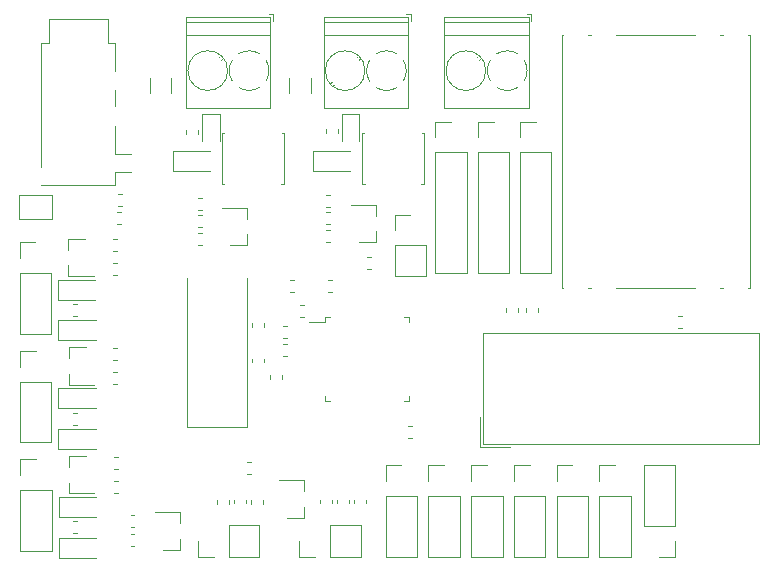
<source format=gto>
G04 #@! TF.GenerationSoftware,KiCad,Pcbnew,6.0.0-rc1-unknown-6a5744a~66~ubuntu18.04.1*
G04 #@! TF.CreationDate,2018-10-14T14:19:45-07:00*
G04 #@! TF.ProjectId,EExtruder,4545787472756465722E6B696361645F,rev?*
G04 #@! TF.SameCoordinates,Original*
G04 #@! TF.FileFunction,Legend,Top*
G04 #@! TF.FilePolarity,Positive*
%FSLAX46Y46*%
G04 Gerber Fmt 4.6, Leading zero omitted, Abs format (unit mm)*
G04 Created by KiCad (PCBNEW 6.0.0-rc1-unknown-6a5744a~66~ubuntu18.04.1) date Sun 14 Oct 2018 02:19:45 PM PDT*
%MOMM*%
%LPD*%
G01*
G04 APERTURE LIST*
%ADD10C,0.120000*%
%ADD11C,0.100000*%
%ADD12C,0.300000*%
%ADD13R,2.502000X2.502000*%
%ADD14C,2.502000*%
%ADD15O,1.802000X1.802000*%
%ADD16R,1.802000X1.802000*%
%ADD17R,0.977000X1.052000*%
%ADD18R,1.052000X0.977000*%
%ADD19R,1.852000X1.352000*%
%ADD20R,2.102000X4.102000*%
%ADD21C,3.302000*%
%ADD22O,1.829200X1.829200*%
%ADD23R,1.829200X1.829200*%
%ADD24R,2.102000X4.602000*%
%ADD25C,1.602000*%
%ADD26R,2.602000X1.302000*%
%ADD27R,0.352000X1.402000*%
%ADD28R,1.402000X0.352000*%
%ADD29R,1.002000X0.902000*%
%ADD30R,0.840000X1.290000*%
%ADD31R,4.340000X3.440000*%
%ADD32R,4.840000X1.690000*%
%ADD33R,1.102000X1.102000*%
%ADD34C,0.977000*%
G04 APERTURE END LIST*
D10*
G04 #@! TO.C,JP2*
X129193000Y-98885500D02*
X131993000Y-98885500D01*
X131993000Y-98885500D02*
X131993000Y-100885500D01*
X131993000Y-100885500D02*
X129193000Y-100885500D01*
X129193000Y-100885500D02*
X129193000Y-98885500D01*
G04 #@! TO.C,J4*
X147763236Y-86903779D02*
G75*
G02X148653500Y-86648500I890264J-1424721D01*
G01*
X147227995Y-89218693D02*
G75*
G02X147228500Y-87437500I1425505J890193D01*
G01*
X149543394Y-89753858D02*
G75*
G02X147787500Y-89768500I-889894J1425358D01*
G01*
X150078858Y-87438606D02*
G75*
G02X150093500Y-89194500I-1425358J-889894D01*
G01*
X148624826Y-86648401D02*
G75*
G02X149519500Y-86888500I28674J-1680099D01*
G01*
X146833500Y-88328500D02*
G75*
G03X146833500Y-88328500I-1680000J0D01*
G01*
X150463500Y-84228500D02*
X143343500Y-84228500D01*
X150463500Y-85328500D02*
X143343500Y-85328500D01*
X150463500Y-91488500D02*
X143343500Y-91488500D01*
X150463500Y-83768500D02*
X143343500Y-83768500D01*
X150463500Y-91488500D02*
X150463500Y-83768500D01*
X143343500Y-91488500D02*
X143343500Y-83768500D01*
X143878500Y-89397500D02*
X144007500Y-89269500D01*
X146128500Y-87147500D02*
X146222500Y-87054500D01*
X144083500Y-89603500D02*
X144177500Y-89509500D01*
X146298500Y-87387500D02*
X146427500Y-87259500D01*
X150703500Y-84168500D02*
X150703500Y-83528500D01*
X150703500Y-83528500D02*
X150303500Y-83528500D01*
G04 #@! TO.C,J3*
X159391236Y-86903779D02*
G75*
G02X160281500Y-86648500I890264J-1424721D01*
G01*
X158855995Y-89218693D02*
G75*
G02X158856500Y-87437500I1425505J890193D01*
G01*
X161171394Y-89753858D02*
G75*
G02X159415500Y-89768500I-889894J1425358D01*
G01*
X161706858Y-87438606D02*
G75*
G02X161721500Y-89194500I-1425358J-889894D01*
G01*
X160252826Y-86648401D02*
G75*
G02X161147500Y-86888500I28674J-1680099D01*
G01*
X158461500Y-88328500D02*
G75*
G03X158461500Y-88328500I-1680000J0D01*
G01*
X162091500Y-84228500D02*
X154971500Y-84228500D01*
X162091500Y-85328500D02*
X154971500Y-85328500D01*
X162091500Y-91488500D02*
X154971500Y-91488500D01*
X162091500Y-83768500D02*
X154971500Y-83768500D01*
X162091500Y-91488500D02*
X162091500Y-83768500D01*
X154971500Y-91488500D02*
X154971500Y-83768500D01*
X155506500Y-89397500D02*
X155635500Y-89269500D01*
X157756500Y-87147500D02*
X157850500Y-87054500D01*
X155711500Y-89603500D02*
X155805500Y-89509500D01*
X157926500Y-87387500D02*
X158055500Y-87259500D01*
X162331500Y-84168500D02*
X162331500Y-83528500D01*
X162331500Y-83528500D02*
X161931500Y-83528500D01*
G04 #@! TO.C,J1*
X169614736Y-86903779D02*
G75*
G02X170505000Y-86648500I890264J-1424721D01*
G01*
X169079495Y-89218693D02*
G75*
G02X169080000Y-87437500I1425505J890193D01*
G01*
X171394894Y-89753858D02*
G75*
G02X169639000Y-89768500I-889894J1425358D01*
G01*
X171930358Y-87438606D02*
G75*
G02X171945000Y-89194500I-1425358J-889894D01*
G01*
X170476326Y-86648401D02*
G75*
G02X171371000Y-86888500I28674J-1680099D01*
G01*
X168685000Y-88328500D02*
G75*
G03X168685000Y-88328500I-1680000J0D01*
G01*
X172315000Y-84228500D02*
X165195000Y-84228500D01*
X172315000Y-85328500D02*
X165195000Y-85328500D01*
X172315000Y-91488500D02*
X165195000Y-91488500D01*
X172315000Y-83768500D02*
X165195000Y-83768500D01*
X172315000Y-91488500D02*
X172315000Y-83768500D01*
X165195000Y-91488500D02*
X165195000Y-83768500D01*
X165730000Y-89397500D02*
X165859000Y-89269500D01*
X167980000Y-87147500D02*
X168074000Y-87054500D01*
X165935000Y-89603500D02*
X166029000Y-89509500D01*
X168150000Y-87387500D02*
X168279000Y-87259500D01*
X172555000Y-84168500D02*
X172555000Y-83528500D01*
X172555000Y-83528500D02*
X172155000Y-83528500D01*
G04 #@! TO.C,TC1*
X164405000Y-92650000D02*
X165735000Y-92650000D01*
X164405000Y-93980000D02*
X164405000Y-92650000D01*
X164405000Y-95250000D02*
X167065000Y-95250000D01*
X167065000Y-95250000D02*
X167065000Y-105470000D01*
X164405000Y-95250000D02*
X164405000Y-105470000D01*
X164405000Y-105470000D02*
X167065000Y-105470000D01*
G04 #@! TO.C,TC0*
X168024000Y-92650000D02*
X169354000Y-92650000D01*
X168024000Y-93980000D02*
X168024000Y-92650000D01*
X168024000Y-95250000D02*
X170684000Y-95250000D01*
X170684000Y-95250000D02*
X170684000Y-105470000D01*
X168024000Y-95250000D02*
X168024000Y-105470000D01*
X168024000Y-105470000D02*
X170684000Y-105470000D01*
G04 #@! TO.C,SWD1*
X171580000Y-92650000D02*
X172910000Y-92650000D01*
X171580000Y-93980000D02*
X171580000Y-92650000D01*
X171580000Y-95250000D02*
X174240000Y-95250000D01*
X174240000Y-95250000D02*
X174240000Y-105470000D01*
X171580000Y-95250000D02*
X171580000Y-105470000D01*
X171580000Y-105470000D02*
X174240000Y-105470000D01*
G04 #@! TO.C,R29*
X134058779Y-109095000D02*
X133733221Y-109095000D01*
X134058779Y-108075000D02*
X133733221Y-108075000D01*
G04 #@! TO.C,R28*
X137149221Y-104646000D02*
X137474779Y-104646000D01*
X137149221Y-105666000D02*
X137474779Y-105666000D01*
G04 #@! TO.C,R27*
X137474779Y-103634000D02*
X137149221Y-103634000D01*
X137474779Y-102614000D02*
X137149221Y-102614000D01*
G04 #@! TO.C,R26*
X134058779Y-127510000D02*
X133733221Y-127510000D01*
X134058779Y-126490000D02*
X133733221Y-126490000D01*
G04 #@! TO.C,R25*
X137187221Y-123061000D02*
X137512779Y-123061000D01*
X137187221Y-124081000D02*
X137512779Y-124081000D01*
G04 #@! TO.C,R24*
X137512779Y-122049000D02*
X137187221Y-122049000D01*
X137512779Y-121029000D02*
X137187221Y-121029000D01*
G04 #@! TO.C,R23*
X134058779Y-118302000D02*
X133733221Y-118302000D01*
X134058779Y-117282000D02*
X133733221Y-117282000D01*
G04 #@! TO.C,R22*
X137149221Y-113854000D02*
X137474779Y-113854000D01*
X137149221Y-114874000D02*
X137474779Y-114874000D01*
G04 #@! TO.C,R21*
X137487779Y-112842000D02*
X137162221Y-112842000D01*
X137487779Y-111822000D02*
X137162221Y-111822000D01*
G04 #@! TO.C,R20*
X155640000Y-124640221D02*
X155640000Y-124965779D01*
X154620000Y-124640221D02*
X154620000Y-124965779D01*
G04 #@! TO.C,R19*
X158562000Y-124653221D02*
X158562000Y-124978779D01*
X157542000Y-124653221D02*
X157542000Y-124978779D01*
G04 #@! TO.C,R18*
X146941000Y-124703221D02*
X146941000Y-125028779D01*
X145921000Y-124703221D02*
X145921000Y-125028779D01*
G04 #@! TO.C,R17*
X149862000Y-124703221D02*
X149862000Y-125028779D01*
X148842000Y-124703221D02*
X148842000Y-125028779D01*
G04 #@! TO.C,R16*
X144338000Y-93334721D02*
X144338000Y-93660279D01*
X143318000Y-93334721D02*
X143318000Y-93660279D01*
G04 #@! TO.C,R15*
X144337221Y-102042000D02*
X144662779Y-102042000D01*
X144337221Y-103062000D02*
X144662779Y-103062000D01*
G04 #@! TO.C,R14*
X144650779Y-100141500D02*
X144325221Y-100141500D01*
X144650779Y-99121500D02*
X144325221Y-99121500D01*
G04 #@! TO.C,R13*
X144325221Y-100582000D02*
X144650779Y-100582000D01*
X144325221Y-101602000D02*
X144650779Y-101602000D01*
G04 #@! TO.C,R12*
X156148000Y-93283721D02*
X156148000Y-93609279D01*
X155128000Y-93283721D02*
X155128000Y-93609279D01*
G04 #@! TO.C,R11*
X155196221Y-101788000D02*
X155521779Y-101788000D01*
X155196221Y-102808000D02*
X155521779Y-102808000D01*
G04 #@! TO.C,R10*
X155521779Y-99887500D02*
X155196221Y-99887500D01*
X155521779Y-98867500D02*
X155196221Y-98867500D01*
G04 #@! TO.C,R9*
X155196221Y-100328000D02*
X155521779Y-100328000D01*
X155196221Y-101348000D02*
X155521779Y-101348000D01*
G04 #@! TO.C,R8*
X138948279Y-126938500D02*
X138622721Y-126938500D01*
X138948279Y-125918500D02*
X138622721Y-125918500D01*
G04 #@! TO.C,R7*
X173103000Y-108460221D02*
X173103000Y-108785779D01*
X172083000Y-108460221D02*
X172083000Y-108785779D01*
G04 #@! TO.C,R6*
X158938779Y-105158000D02*
X158613221Y-105158000D01*
X158938779Y-104138000D02*
X158613221Y-104138000D01*
G04 #@! TO.C,R5*
X171388000Y-108460221D02*
X171388000Y-108785779D01*
X170368000Y-108460221D02*
X170368000Y-108785779D01*
G04 #@! TO.C,R4*
X151826779Y-112460000D02*
X151501221Y-112460000D01*
X151826779Y-111440000D02*
X151501221Y-111440000D01*
G04 #@! TO.C,R3*
X151826779Y-111000000D02*
X151501221Y-111000000D01*
X151826779Y-109980000D02*
X151501221Y-109980000D01*
G04 #@! TO.C,R2*
X137830779Y-101284000D02*
X137505221Y-101284000D01*
X137830779Y-100264000D02*
X137505221Y-100264000D01*
G04 #@! TO.C,R1*
X137856779Y-99760500D02*
X137531221Y-99760500D01*
X137856779Y-98740500D02*
X137531221Y-98740500D01*
G04 #@! TO.C,C14*
X156081000Y-124978779D02*
X156081000Y-124653221D01*
X157101000Y-124978779D02*
X157101000Y-124653221D01*
G04 #@! TO.C,C13*
X147381500Y-124978279D02*
X147381500Y-124652721D01*
X148401500Y-124978279D02*
X148401500Y-124652721D01*
G04 #@! TO.C,C12*
X142070000Y-88993436D02*
X142070000Y-90197564D01*
X140250000Y-88993436D02*
X140250000Y-90197564D01*
G04 #@! TO.C,C11*
X153882000Y-88993436D02*
X153882000Y-90197564D01*
X152062000Y-88993436D02*
X152062000Y-90197564D01*
G04 #@! TO.C,C10*
X148790779Y-122494000D02*
X148465221Y-122494000D01*
X148790779Y-121474000D02*
X148465221Y-121474000D01*
G04 #@! TO.C,C9*
X138948279Y-128589500D02*
X138622721Y-128589500D01*
X138948279Y-127569500D02*
X138622721Y-127569500D01*
G04 #@! TO.C,C8*
X184965221Y-109091000D02*
X185290779Y-109091000D01*
X184965221Y-110111000D02*
X185290779Y-110111000D01*
G04 #@! TO.C,C7*
X151450000Y-114099221D02*
X151450000Y-114424779D01*
X150430000Y-114099221D02*
X150430000Y-114424779D01*
G04 #@! TO.C,C6*
X162442779Y-119446000D02*
X162117221Y-119446000D01*
X162442779Y-118426000D02*
X162117221Y-118426000D01*
G04 #@! TO.C,C5*
X155311221Y-106043000D02*
X155636779Y-106043000D01*
X155311221Y-107063000D02*
X155636779Y-107063000D01*
G04 #@! TO.C,C4*
X149926000Y-112715221D02*
X149926000Y-113040779D01*
X148906000Y-112715221D02*
X148906000Y-113040779D01*
G04 #@! TO.C,C3*
X148906000Y-110055779D02*
X148906000Y-109730221D01*
X149926000Y-110055779D02*
X149926000Y-109730221D01*
G04 #@! TO.C,C2*
X153298779Y-109158000D02*
X152973221Y-109158000D01*
X153298779Y-108138000D02*
X152973221Y-108138000D01*
G04 #@! TO.C,C1*
X152460779Y-107063000D02*
X152135221Y-107063000D01*
X152460779Y-106043000D02*
X152135221Y-106043000D01*
D11*
G04 #@! TO.C,U2*
X175104000Y-85344000D02*
X191104000Y-85344000D01*
X175104000Y-106744000D02*
X175104000Y-85344000D01*
X191104000Y-106744000D02*
X175104000Y-106744000D01*
X191104000Y-85344000D02*
X191104000Y-106744000D01*
D10*
G04 #@! TO.C,LCD1*
X168200000Y-120177000D02*
X168200000Y-117637000D01*
X168200000Y-120177000D02*
X170740000Y-120177000D01*
X168450000Y-119927000D02*
X168450000Y-110577000D01*
X191850000Y-119927000D02*
X168450000Y-119927000D01*
X191850000Y-110577000D02*
X191850000Y-119927000D01*
X168450000Y-110577000D02*
X191850000Y-110577000D01*
G04 #@! TO.C,Y1*
X148473000Y-118464000D02*
X148473000Y-105864000D01*
X143373000Y-118464000D02*
X148473000Y-118464000D01*
X143373000Y-105864000D02*
X143373000Y-118464000D01*
G04 #@! TO.C,J2*
X131676000Y-85954000D02*
X131676000Y-83954000D01*
X136676000Y-85954000D02*
X136676000Y-83954000D01*
X136676000Y-83954000D02*
X131676000Y-83954000D01*
X131676000Y-85954000D02*
X131076000Y-85954000D01*
X137276000Y-85954000D02*
X136676000Y-85954000D01*
X131076000Y-98054000D02*
X137276000Y-98054000D01*
X137276000Y-85954000D02*
X137276000Y-88329000D01*
X137276000Y-89979000D02*
X137276000Y-91329000D01*
X137276000Y-92979000D02*
X137276000Y-95379000D01*
X137276000Y-96929000D02*
X137276000Y-98054000D01*
X131076000Y-96479000D02*
X131076000Y-85954000D01*
X137276000Y-96929000D02*
X138676000Y-96929000D01*
X137276000Y-95379000D02*
X138676000Y-95379000D01*
G04 #@! TO.C,U1*
X155063000Y-116336000D02*
X155483000Y-116336000D01*
X155063000Y-109216000D02*
X155063000Y-109636000D01*
X155063000Y-109636000D02*
X153683000Y-109636000D01*
X162183000Y-109216000D02*
X161763000Y-109216000D01*
X162183000Y-116336000D02*
X161763000Y-116336000D01*
X155063000Y-109216000D02*
X155483000Y-109216000D01*
X155063000Y-116336000D02*
X155063000Y-115916000D01*
X162183000Y-116336000D02*
X162183000Y-115916000D01*
X162183000Y-109216000D02*
X162183000Y-109636000D01*
G04 #@! TO.C,Q7*
X133336000Y-102558000D02*
X134796000Y-102558000D01*
X133336000Y-105718000D02*
X135496000Y-105718000D01*
X133336000Y-105718000D02*
X133336000Y-104788000D01*
X133336000Y-102558000D02*
X133336000Y-103488000D01*
G04 #@! TO.C,Q6*
X133368000Y-120972000D02*
X134828000Y-120972000D01*
X133368000Y-124132000D02*
X135528000Y-124132000D01*
X133368000Y-124132000D02*
X133368000Y-123202000D01*
X133368000Y-120972000D02*
X133368000Y-121902000D01*
G04 #@! TO.C,Q5*
X133368000Y-111765000D02*
X134828000Y-111765000D01*
X133368000Y-114925000D02*
X135528000Y-114925000D01*
X133368000Y-114925000D02*
X133368000Y-113995000D01*
X133368000Y-111765000D02*
X133368000Y-112695000D01*
G04 #@! TO.C,Q4*
X146371000Y-97936500D02*
X146571000Y-97936500D01*
X146371000Y-93636500D02*
X146371000Y-97936500D01*
X146521000Y-93636500D02*
X146371000Y-93636500D01*
X151571000Y-93636500D02*
X151421000Y-93636500D01*
X151571000Y-97936500D02*
X151571000Y-93636500D01*
X151371000Y-97936500D02*
X151571000Y-97936500D01*
G04 #@! TO.C,Q3*
X148477000Y-103116000D02*
X147017000Y-103116000D01*
X148477000Y-99956000D02*
X146317000Y-99956000D01*
X148477000Y-99956000D02*
X148477000Y-100886000D01*
X148477000Y-103116000D02*
X148477000Y-102186000D01*
G04 #@! TO.C,Q2*
X158246000Y-97946000D02*
X158446000Y-97946000D01*
X158246000Y-93646000D02*
X158246000Y-97946000D01*
X158396000Y-93646000D02*
X158246000Y-93646000D01*
X163446000Y-93646000D02*
X163296000Y-93646000D01*
X163446000Y-97946000D02*
X163446000Y-93646000D01*
X163246000Y-97946000D02*
X163446000Y-97946000D01*
G04 #@! TO.C,Q1*
X159399000Y-102862000D02*
X157939000Y-102862000D01*
X159399000Y-99702000D02*
X157239000Y-99702000D01*
X159399000Y-99702000D02*
X159399000Y-100632000D01*
X159399000Y-102862000D02*
X159399000Y-101932000D01*
G04 #@! TO.C,PWM_PWR1*
X160214000Y-121733000D02*
X161544000Y-121733000D01*
X160214000Y-123063000D02*
X160214000Y-121733000D01*
X160214000Y-124333000D02*
X162874000Y-124333000D01*
X162874000Y-124333000D02*
X162874000Y-129473000D01*
X160214000Y-124333000D02*
X160214000Y-129473000D01*
X160214000Y-129473000D02*
X162874000Y-129473000D01*
G04 #@! TO.C,PWM5*
X178312000Y-121733000D02*
X179642000Y-121733000D01*
X178312000Y-123063000D02*
X178312000Y-121733000D01*
X178312000Y-124333000D02*
X180972000Y-124333000D01*
X180972000Y-124333000D02*
X180972000Y-129473000D01*
X178312000Y-124333000D02*
X178312000Y-129473000D01*
X178312000Y-129473000D02*
X180972000Y-129473000D01*
G04 #@! TO.C,PWM4*
X174692000Y-121733000D02*
X176022000Y-121733000D01*
X174692000Y-123063000D02*
X174692000Y-121733000D01*
X174692000Y-124333000D02*
X177352000Y-124333000D01*
X177352000Y-124333000D02*
X177352000Y-129473000D01*
X174692000Y-124333000D02*
X174692000Y-129473000D01*
X174692000Y-129473000D02*
X177352000Y-129473000D01*
G04 #@! TO.C,PWM3*
X171072000Y-121733000D02*
X172402000Y-121733000D01*
X171072000Y-123063000D02*
X171072000Y-121733000D01*
X171072000Y-124333000D02*
X173732000Y-124333000D01*
X173732000Y-124333000D02*
X173732000Y-129473000D01*
X171072000Y-124333000D02*
X171072000Y-129473000D01*
X171072000Y-129473000D02*
X173732000Y-129473000D01*
G04 #@! TO.C,PWM2*
X167453000Y-121733000D02*
X168783000Y-121733000D01*
X167453000Y-123063000D02*
X167453000Y-121733000D01*
X167453000Y-124333000D02*
X170113000Y-124333000D01*
X170113000Y-124333000D02*
X170113000Y-129473000D01*
X167453000Y-124333000D02*
X167453000Y-129473000D01*
X167453000Y-129473000D02*
X170113000Y-129473000D01*
G04 #@! TO.C,PWM1*
X163834000Y-121733000D02*
X165164000Y-121733000D01*
X163834000Y-123063000D02*
X163834000Y-121733000D01*
X163834000Y-124333000D02*
X166494000Y-124333000D01*
X166494000Y-124333000D02*
X166494000Y-129473000D01*
X163834000Y-124333000D02*
X163834000Y-129473000D01*
X163834000Y-129473000D02*
X166494000Y-129473000D01*
G04 #@! TO.C,JP1*
X160976000Y-100524000D02*
X162306000Y-100524000D01*
X160976000Y-101854000D02*
X160976000Y-100524000D01*
X160976000Y-103124000D02*
X163636000Y-103124000D01*
X163636000Y-103124000D02*
X163636000Y-105724000D01*
X160976000Y-103124000D02*
X160976000Y-105724000D01*
X160976000Y-105724000D02*
X163636000Y-105724000D01*
G04 #@! TO.C,J11*
X184718000Y-129473000D02*
X183388000Y-129473000D01*
X184718000Y-128143000D02*
X184718000Y-129473000D01*
X184718000Y-126873000D02*
X182058000Y-126873000D01*
X182058000Y-126873000D02*
X182058000Y-121733000D01*
X184718000Y-126873000D02*
X184718000Y-121733000D01*
X184718000Y-121733000D02*
X182058000Y-121733000D01*
G04 #@! TO.C,J9*
X129238000Y-102851000D02*
X130568000Y-102851000D01*
X129238000Y-104181000D02*
X129238000Y-102851000D01*
X129238000Y-105451000D02*
X131898000Y-105451000D01*
X131898000Y-105451000D02*
X131898000Y-110591000D01*
X129238000Y-105451000D02*
X129238000Y-110591000D01*
X129238000Y-110591000D02*
X131898000Y-110591000D01*
G04 #@! TO.C,J8*
X129277000Y-121246000D02*
X130607000Y-121246000D01*
X129277000Y-122576000D02*
X129277000Y-121246000D01*
X129277000Y-123846000D02*
X131937000Y-123846000D01*
X131937000Y-123846000D02*
X131937000Y-128986000D01*
X129277000Y-123846000D02*
X129277000Y-128986000D01*
X129277000Y-128986000D02*
X131937000Y-128986000D01*
G04 #@! TO.C,J7*
X129250000Y-112058000D02*
X130580000Y-112058000D01*
X129250000Y-113388000D02*
X129250000Y-112058000D01*
X129250000Y-114658000D02*
X131910000Y-114658000D01*
X131910000Y-114658000D02*
X131910000Y-119798000D01*
X129250000Y-114658000D02*
X129250000Y-119798000D01*
X129250000Y-119798000D02*
X131910000Y-119798000D01*
G04 #@! TO.C,J6*
X152889000Y-129473000D02*
X152889000Y-128143000D01*
X154219000Y-129473000D02*
X152889000Y-129473000D01*
X155489000Y-129473000D02*
X155489000Y-126813000D01*
X155489000Y-126813000D02*
X158089000Y-126813000D01*
X155489000Y-129473000D02*
X158089000Y-129473000D01*
X158089000Y-129473000D02*
X158089000Y-126813000D01*
G04 #@! TO.C,J5*
X144312000Y-129486000D02*
X144312000Y-128156000D01*
X145642000Y-129486000D02*
X144312000Y-129486000D01*
X146912000Y-129486000D02*
X146912000Y-126826000D01*
X146912000Y-126826000D02*
X149512000Y-126826000D01*
X146912000Y-129486000D02*
X149512000Y-129486000D01*
X149512000Y-129486000D02*
X149512000Y-126826000D01*
G04 #@! TO.C,D12*
X132510000Y-109450000D02*
X135660000Y-109450000D01*
X132510000Y-111150000D02*
X135660000Y-111150000D01*
X132510000Y-109450000D02*
X132510000Y-111150000D01*
G04 #@! TO.C,D11*
X132486000Y-106020000D02*
X135636000Y-106020000D01*
X132486000Y-107720000D02*
X135636000Y-107720000D01*
X132486000Y-106020000D02*
X132486000Y-107720000D01*
G04 #@! TO.C,D10*
X132573000Y-127864000D02*
X135723000Y-127864000D01*
X132573000Y-129564000D02*
X135723000Y-129564000D01*
X132573000Y-127864000D02*
X132573000Y-129564000D01*
G04 #@! TO.C,D9*
X132530000Y-124436000D02*
X135680000Y-124436000D01*
X132530000Y-126136000D02*
X135680000Y-126136000D01*
X132530000Y-124436000D02*
X132530000Y-126136000D01*
G04 #@! TO.C,D8*
X132510000Y-118657000D02*
X135660000Y-118657000D01*
X132510000Y-120357000D02*
X135660000Y-120357000D01*
X132510000Y-118657000D02*
X132510000Y-120357000D01*
G04 #@! TO.C,D7*
X132510000Y-115228000D02*
X135660000Y-115228000D01*
X132510000Y-116928000D02*
X135660000Y-116928000D01*
X132510000Y-115228000D02*
X132510000Y-116928000D01*
G04 #@! TO.C,D6*
X153334000Y-126167000D02*
X151874000Y-126167000D01*
X153334000Y-123007000D02*
X151174000Y-123007000D01*
X153334000Y-123007000D02*
X153334000Y-123937000D01*
X153334000Y-126167000D02*
X153334000Y-125237000D01*
G04 #@! TO.C,D5*
X142825500Y-128897500D02*
X141365500Y-128897500D01*
X142825500Y-125737500D02*
X140665500Y-125737500D01*
X142825500Y-125737500D02*
X142825500Y-126667500D01*
X142825500Y-128897500D02*
X142825500Y-127967500D01*
G04 #@! TO.C,D4*
X142225000Y-95162000D02*
X145375000Y-95162000D01*
X142225000Y-96862000D02*
X145375000Y-96862000D01*
X142225000Y-95162000D02*
X142225000Y-96862000D01*
G04 #@! TO.C,D3*
X144680000Y-92012500D02*
X144680000Y-94297500D01*
X146150000Y-92012500D02*
X144680000Y-92012500D01*
X146150000Y-94297500D02*
X146150000Y-92012500D01*
G04 #@! TO.C,D2*
X154036000Y-95162000D02*
X157186000Y-95162000D01*
X154036000Y-96862000D02*
X157186000Y-96862000D01*
X154036000Y-95162000D02*
X154036000Y-96862000D01*
G04 #@! TO.C,D1*
X156491000Y-91987000D02*
X156491000Y-94272000D01*
X157961000Y-91987000D02*
X156491000Y-91987000D01*
X157961000Y-94272000D02*
X157961000Y-91987000D01*
G04 #@! TD*
%LPC*%
D12*
G04 #@! TO.C,JP2*
X129868000Y-99885500D03*
D11*
G36*
X130377950Y-99085480D02*
X130387517Y-99088382D01*
X130396334Y-99093095D01*
X130404062Y-99099438D01*
X130410435Y-99107210D01*
X130910435Y-99857210D01*
X130915138Y-99866032D01*
X130918030Y-99875603D01*
X130919000Y-99885553D01*
X130918010Y-99895502D01*
X130915097Y-99905066D01*
X130910435Y-99913790D01*
X130410435Y-100663790D01*
X130404100Y-100671525D01*
X130396378Y-100677875D01*
X130387566Y-100682597D01*
X130378002Y-100685510D01*
X130368000Y-100686500D01*
X129368000Y-100686500D01*
X129358050Y-100685520D01*
X129348483Y-100682618D01*
X129339666Y-100677905D01*
X129331938Y-100671562D01*
X129325595Y-100663834D01*
X129320882Y-100655017D01*
X129317980Y-100645450D01*
X129317000Y-100635500D01*
X129317000Y-99135500D01*
X129317980Y-99125550D01*
X129320882Y-99115983D01*
X129325595Y-99107166D01*
X129331938Y-99099438D01*
X129339666Y-99093095D01*
X129348483Y-99088382D01*
X129358050Y-99085480D01*
X129368000Y-99084500D01*
X130368000Y-99084500D01*
X130377950Y-99085480D01*
X130377950Y-99085480D01*
G37*
D12*
X131318000Y-99885500D03*
D11*
G36*
X131827950Y-99085480D02*
X131837517Y-99088382D01*
X131846334Y-99093095D01*
X131854062Y-99099438D01*
X131860405Y-99107166D01*
X131865118Y-99115983D01*
X131868020Y-99125550D01*
X131869000Y-99135500D01*
X131869000Y-100635500D01*
X131868020Y-100645450D01*
X131865118Y-100655017D01*
X131860405Y-100663834D01*
X131854062Y-100671562D01*
X131846334Y-100677905D01*
X131837517Y-100682618D01*
X131827950Y-100685520D01*
X131818000Y-100686500D01*
X130668000Y-100686500D01*
X130658050Y-100685520D01*
X130648483Y-100682618D01*
X130639666Y-100677905D01*
X130631938Y-100671562D01*
X130625595Y-100663834D01*
X130620882Y-100655017D01*
X130617980Y-100645450D01*
X130617000Y-100635500D01*
X130617980Y-100625550D01*
X130620882Y-100615983D01*
X130625565Y-100607210D01*
X131106705Y-99885500D01*
X130625565Y-99163790D01*
X130620862Y-99154968D01*
X130617970Y-99145397D01*
X130617000Y-99135447D01*
X130617990Y-99125498D01*
X130620903Y-99115934D01*
X130625625Y-99107122D01*
X130631975Y-99099400D01*
X130639710Y-99093065D01*
X130648532Y-99088362D01*
X130658103Y-99085470D01*
X130668000Y-99084500D01*
X131818000Y-99084500D01*
X131827950Y-99085480D01*
X131827950Y-99085480D01*
G37*
G04 #@! TD*
D13*
G04 #@! TO.C,J4*
X148653500Y-88328500D03*
D14*
X145153500Y-88328500D03*
G04 #@! TD*
D13*
G04 #@! TO.C,J3*
X160281500Y-88328500D03*
D14*
X156781500Y-88328500D03*
G04 #@! TD*
D13*
G04 #@! TO.C,J1*
X170505000Y-88328500D03*
D14*
X167005000Y-88328500D03*
G04 #@! TD*
D15*
G04 #@! TO.C,TC1*
X165735000Y-104140000D03*
X165735000Y-101600000D03*
X165735000Y-99060000D03*
X165735000Y-96520000D03*
D16*
X165735000Y-93980000D03*
G04 #@! TD*
D15*
G04 #@! TO.C,TC0*
X169354000Y-104140000D03*
X169354000Y-101600000D03*
X169354000Y-99060000D03*
X169354000Y-96520000D03*
D16*
X169354000Y-93980000D03*
G04 #@! TD*
D15*
G04 #@! TO.C,SWD1*
X172910000Y-104140000D03*
X172910000Y-101600000D03*
X172910000Y-99060000D03*
X172910000Y-96520000D03*
D16*
X172910000Y-93980000D03*
G04 #@! TD*
D17*
G04 #@! TO.C,R29*
X134683500Y-108585000D03*
X133108500Y-108585000D03*
G04 #@! TD*
G04 #@! TO.C,R28*
X136524500Y-105156000D03*
X138099500Y-105156000D03*
G04 #@! TD*
G04 #@! TO.C,R27*
X138099500Y-103124000D03*
X136524500Y-103124000D03*
G04 #@! TD*
G04 #@! TO.C,R26*
X134683500Y-127000000D03*
X133108500Y-127000000D03*
G04 #@! TD*
G04 #@! TO.C,R25*
X136562500Y-123571000D03*
X138137500Y-123571000D03*
G04 #@! TD*
G04 #@! TO.C,R24*
X138137500Y-121539000D03*
X136562500Y-121539000D03*
G04 #@! TD*
G04 #@! TO.C,R23*
X134683500Y-117792000D03*
X133108500Y-117792000D03*
G04 #@! TD*
G04 #@! TO.C,R22*
X136524500Y-114364000D03*
X138099500Y-114364000D03*
G04 #@! TD*
G04 #@! TO.C,R21*
X138112500Y-112332000D03*
X136537500Y-112332000D03*
G04 #@! TD*
D18*
G04 #@! TO.C,R20*
X155130000Y-124015500D03*
X155130000Y-125590500D03*
G04 #@! TD*
G04 #@! TO.C,R19*
X158052000Y-124028500D03*
X158052000Y-125603500D03*
G04 #@! TD*
G04 #@! TO.C,R18*
X146431000Y-124078500D03*
X146431000Y-125653500D03*
G04 #@! TD*
G04 #@! TO.C,R17*
X149352000Y-124078500D03*
X149352000Y-125653500D03*
G04 #@! TD*
G04 #@! TO.C,R16*
X143828000Y-92710000D03*
X143828000Y-94285000D03*
G04 #@! TD*
D17*
G04 #@! TO.C,R15*
X143712500Y-102552000D03*
X145287500Y-102552000D03*
G04 #@! TD*
G04 #@! TO.C,R14*
X145275500Y-99631500D03*
X143700500Y-99631500D03*
G04 #@! TD*
G04 #@! TO.C,R13*
X143700500Y-101092000D03*
X145275500Y-101092000D03*
G04 #@! TD*
D18*
G04 #@! TO.C,R12*
X155638000Y-92659000D03*
X155638000Y-94234000D03*
G04 #@! TD*
D17*
G04 #@! TO.C,R11*
X154571500Y-102298000D03*
X156146500Y-102298000D03*
G04 #@! TD*
G04 #@! TO.C,R10*
X156146500Y-99377500D03*
X154571500Y-99377500D03*
G04 #@! TD*
G04 #@! TO.C,R9*
X154571500Y-100838000D03*
X156146500Y-100838000D03*
G04 #@! TD*
G04 #@! TO.C,R8*
X139573000Y-126428500D03*
X137998000Y-126428500D03*
G04 #@! TD*
D18*
G04 #@! TO.C,R7*
X172593000Y-107835500D03*
X172593000Y-109410500D03*
G04 #@! TD*
D17*
G04 #@! TO.C,R6*
X159563500Y-104648000D03*
X157988500Y-104648000D03*
G04 #@! TD*
D18*
G04 #@! TO.C,R5*
X170878000Y-107835500D03*
X170878000Y-109410500D03*
G04 #@! TD*
D17*
G04 #@! TO.C,R4*
X152451500Y-111950000D03*
X150876500Y-111950000D03*
G04 #@! TD*
G04 #@! TO.C,R3*
X152451500Y-110490000D03*
X150876500Y-110490000D03*
G04 #@! TD*
G04 #@! TO.C,R2*
X138455500Y-100774000D03*
X136880500Y-100774000D03*
G04 #@! TD*
G04 #@! TO.C,R1*
X138481500Y-99250500D03*
X136906500Y-99250500D03*
G04 #@! TD*
D18*
G04 #@! TO.C,C14*
X156591000Y-125603500D03*
X156591000Y-124028500D03*
G04 #@! TD*
G04 #@! TO.C,C13*
X147891500Y-125603000D03*
X147891500Y-124028000D03*
G04 #@! TD*
D19*
G04 #@! TO.C,C12*
X141160000Y-88195500D03*
X141160000Y-90995500D03*
G04 #@! TD*
G04 #@! TO.C,C11*
X152972000Y-88195500D03*
X152972000Y-90995500D03*
G04 #@! TD*
D17*
G04 #@! TO.C,C10*
X149415500Y-121984000D03*
X147840500Y-121984000D03*
G04 #@! TD*
G04 #@! TO.C,C9*
X139573000Y-128079500D03*
X137998000Y-128079500D03*
G04 #@! TD*
G04 #@! TO.C,C8*
X184340500Y-109601000D03*
X185915500Y-109601000D03*
G04 #@! TD*
D18*
G04 #@! TO.C,C7*
X150940000Y-113474500D03*
X150940000Y-115049500D03*
G04 #@! TD*
D17*
G04 #@! TO.C,C6*
X163067500Y-118936000D03*
X161492500Y-118936000D03*
G04 #@! TD*
G04 #@! TO.C,C5*
X154686500Y-106553000D03*
X156261500Y-106553000D03*
G04 #@! TD*
D18*
G04 #@! TO.C,C4*
X149416000Y-112090500D03*
X149416000Y-113665500D03*
G04 #@! TD*
G04 #@! TO.C,C3*
X149416000Y-110680500D03*
X149416000Y-109105500D03*
G04 #@! TD*
D17*
G04 #@! TO.C,C2*
X153923500Y-108648000D03*
X152348500Y-108648000D03*
G04 #@! TD*
G04 #@! TO.C,C1*
X153085500Y-106553000D03*
X151510500Y-106553000D03*
G04 #@! TD*
D20*
G04 #@! TO.C,U2*
X178704000Y-105944000D03*
X176304000Y-105944000D03*
X187504000Y-105944000D03*
X189904000Y-105944000D03*
X178704000Y-86144000D03*
X176304000Y-86144000D03*
X187504000Y-86144000D03*
X189904000Y-86144000D03*
G04 #@! TD*
D21*
G04 #@! TO.C,H2*
X188785500Y-126682500D03*
G04 #@! TD*
G04 #@! TO.C,H1*
X142367000Y-122047000D03*
G04 #@! TD*
D22*
G04 #@! TO.C,LCD1*
X186500000Y-113982000D03*
X186500000Y-116522000D03*
X183960000Y-113982000D03*
X183960000Y-116522000D03*
X181420000Y-113982000D03*
X181420000Y-116522000D03*
X178880000Y-113982000D03*
X178880000Y-116522000D03*
X176340000Y-113982000D03*
X176340000Y-116522000D03*
X173800000Y-113982000D03*
D23*
X173800000Y-116522000D03*
G04 #@! TD*
D24*
G04 #@! TO.C,Y1*
X145923000Y-107514000D03*
X145923000Y-116014000D03*
G04 #@! TD*
D25*
G04 #@! TO.C,J2*
X134176000Y-94554000D03*
X134176000Y-87554000D03*
D26*
X137426000Y-89154000D03*
X137426000Y-92154000D03*
X137426000Y-96154000D03*
X130926000Y-97254000D03*
G04 #@! TD*
D27*
G04 #@! TO.C,U1*
X155873000Y-108426000D03*
X156373000Y-108426000D03*
X156873000Y-108426000D03*
X157373000Y-108426000D03*
X157873000Y-108426000D03*
X158373000Y-108426000D03*
X158873000Y-108426000D03*
X159373000Y-108426000D03*
X159873000Y-108426000D03*
X160373000Y-108426000D03*
X160873000Y-108426000D03*
X161373000Y-108426000D03*
D28*
X162973000Y-110026000D03*
X162973000Y-110526000D03*
X162973000Y-111026000D03*
X162973000Y-111526000D03*
X162973000Y-112026000D03*
X162973000Y-112526000D03*
X162973000Y-113026000D03*
X162973000Y-113526000D03*
X162973000Y-114026000D03*
X162973000Y-114526000D03*
X162973000Y-115026000D03*
X162973000Y-115526000D03*
D27*
X161373000Y-117126000D03*
X160873000Y-117126000D03*
X160373000Y-117126000D03*
X159873000Y-117126000D03*
X159373000Y-117126000D03*
X158873000Y-117126000D03*
X158373000Y-117126000D03*
X157873000Y-117126000D03*
X157373000Y-117126000D03*
X156873000Y-117126000D03*
X156373000Y-117126000D03*
X155873000Y-117126000D03*
D28*
X154273000Y-115526000D03*
X154273000Y-115026000D03*
X154273000Y-114526000D03*
X154273000Y-114026000D03*
X154273000Y-113526000D03*
X154273000Y-113026000D03*
X154273000Y-112526000D03*
X154273000Y-112026000D03*
X154273000Y-111526000D03*
X154273000Y-111026000D03*
X154273000Y-110526000D03*
X154273000Y-110026000D03*
G04 #@! TD*
D29*
G04 #@! TO.C,Q7*
X133096000Y-104138000D03*
X135096000Y-103188000D03*
X135096000Y-105088000D03*
G04 #@! TD*
G04 #@! TO.C,Q6*
X133128000Y-122552000D03*
X135128000Y-121602000D03*
X135128000Y-123502000D03*
G04 #@! TD*
G04 #@! TO.C,Q5*
X133128000Y-113345000D03*
X135128000Y-112395000D03*
X135128000Y-114295000D03*
G04 #@! TD*
D30*
G04 #@! TO.C,Q4*
X150881000Y-98456500D03*
D31*
X148971000Y-95186500D03*
D32*
X148971000Y-92986500D03*
D30*
X149611000Y-98456500D03*
X147061000Y-98456500D03*
X148331000Y-98456500D03*
G04 #@! TD*
D29*
G04 #@! TO.C,Q3*
X148717000Y-101536000D03*
X146717000Y-102486000D03*
X146717000Y-100586000D03*
G04 #@! TD*
D30*
G04 #@! TO.C,Q2*
X162756000Y-98466000D03*
D31*
X160846000Y-95196000D03*
D32*
X160846000Y-92996000D03*
D30*
X161486000Y-98466000D03*
X158936000Y-98466000D03*
X160206000Y-98466000D03*
G04 #@! TD*
D29*
G04 #@! TO.C,Q1*
X159639000Y-101282000D03*
X157639000Y-102232000D03*
X157639000Y-100332000D03*
G04 #@! TD*
D15*
G04 #@! TO.C,PWM_PWR1*
X161544000Y-128143000D03*
X161544000Y-125603000D03*
D16*
X161544000Y-123063000D03*
G04 #@! TD*
D15*
G04 #@! TO.C,PWM5*
X179642000Y-128143000D03*
X179642000Y-125603000D03*
D16*
X179642000Y-123063000D03*
G04 #@! TD*
D15*
G04 #@! TO.C,PWM4*
X176022000Y-128143000D03*
X176022000Y-125603000D03*
D16*
X176022000Y-123063000D03*
G04 #@! TD*
D15*
G04 #@! TO.C,PWM3*
X172402000Y-128143000D03*
X172402000Y-125603000D03*
D16*
X172402000Y-123063000D03*
G04 #@! TD*
D15*
G04 #@! TO.C,PWM2*
X168783000Y-128143000D03*
X168783000Y-125603000D03*
D16*
X168783000Y-123063000D03*
G04 #@! TD*
D15*
G04 #@! TO.C,PWM1*
X165164000Y-128143000D03*
X165164000Y-125603000D03*
D16*
X165164000Y-123063000D03*
G04 #@! TD*
D15*
G04 #@! TO.C,JP1*
X162306000Y-104394000D03*
D16*
X162306000Y-101854000D03*
G04 #@! TD*
D15*
G04 #@! TO.C,J11*
X183388000Y-123063000D03*
X183388000Y-125603000D03*
D16*
X183388000Y-128143000D03*
G04 #@! TD*
D15*
G04 #@! TO.C,J9*
X130568000Y-109261000D03*
X130568000Y-106721000D03*
D16*
X130568000Y-104181000D03*
G04 #@! TD*
D15*
G04 #@! TO.C,J8*
X130607000Y-127656000D03*
X130607000Y-125116000D03*
D16*
X130607000Y-122576000D03*
G04 #@! TD*
D15*
G04 #@! TO.C,J7*
X130580000Y-118468000D03*
X130580000Y-115928000D03*
D16*
X130580000Y-113388000D03*
G04 #@! TD*
D15*
G04 #@! TO.C,J6*
X156759000Y-128143000D03*
D16*
X154219000Y-128143000D03*
G04 #@! TD*
D15*
G04 #@! TO.C,J5*
X148182000Y-128156000D03*
D16*
X145642000Y-128156000D03*
G04 #@! TD*
D33*
G04 #@! TO.C,D12*
X135660000Y-110300000D03*
X133160000Y-110300000D03*
G04 #@! TD*
G04 #@! TO.C,D11*
X135636000Y-106870000D03*
X133136000Y-106870000D03*
G04 #@! TD*
G04 #@! TO.C,D10*
X135723000Y-128714000D03*
X133223000Y-128714000D03*
G04 #@! TD*
G04 #@! TO.C,D9*
X135680000Y-125286000D03*
X133180000Y-125286000D03*
G04 #@! TD*
G04 #@! TO.C,D8*
X135660000Y-119507000D03*
X133160000Y-119507000D03*
G04 #@! TD*
G04 #@! TO.C,D7*
X135660000Y-116078000D03*
X133160000Y-116078000D03*
G04 #@! TD*
D29*
G04 #@! TO.C,D6*
X153574000Y-124587000D03*
X151574000Y-125537000D03*
X151574000Y-123637000D03*
G04 #@! TD*
G04 #@! TO.C,D5*
X143065500Y-127317500D03*
X141065500Y-128267500D03*
X141065500Y-126367500D03*
G04 #@! TD*
D33*
G04 #@! TO.C,D4*
X145375000Y-96012000D03*
X142875000Y-96012000D03*
G04 #@! TD*
D11*
G04 #@! TO.C,D3*
G36*
X145720691Y-93797676D02*
X145744401Y-93801193D01*
X145767652Y-93807017D01*
X145790220Y-93815092D01*
X145811889Y-93825341D01*
X145832448Y-93837664D01*
X145851701Y-93851942D01*
X145869461Y-93868039D01*
X145885558Y-93885799D01*
X145899836Y-93905052D01*
X145912159Y-93925611D01*
X145922408Y-93947280D01*
X145930483Y-93969848D01*
X145936307Y-93993099D01*
X145939824Y-94016809D01*
X145941000Y-94040750D01*
X145941000Y-94529250D01*
X145939824Y-94553191D01*
X145936307Y-94576901D01*
X145930483Y-94600152D01*
X145922408Y-94622720D01*
X145912159Y-94644389D01*
X145899836Y-94664948D01*
X145885558Y-94684201D01*
X145869461Y-94701961D01*
X145851701Y-94718058D01*
X145832448Y-94732336D01*
X145811889Y-94744659D01*
X145790220Y-94754908D01*
X145767652Y-94762983D01*
X145744401Y-94768807D01*
X145720691Y-94772324D01*
X145696750Y-94773500D01*
X145133250Y-94773500D01*
X145109309Y-94772324D01*
X145085599Y-94768807D01*
X145062348Y-94762983D01*
X145039780Y-94754908D01*
X145018111Y-94744659D01*
X144997552Y-94732336D01*
X144978299Y-94718058D01*
X144960539Y-94701961D01*
X144944442Y-94684201D01*
X144930164Y-94664948D01*
X144917841Y-94644389D01*
X144907592Y-94622720D01*
X144899517Y-94600152D01*
X144893693Y-94576901D01*
X144890176Y-94553191D01*
X144889000Y-94529250D01*
X144889000Y-94040750D01*
X144890176Y-94016809D01*
X144893693Y-93993099D01*
X144899517Y-93969848D01*
X144907592Y-93947280D01*
X144917841Y-93925611D01*
X144930164Y-93905052D01*
X144944442Y-93885799D01*
X144960539Y-93868039D01*
X144978299Y-93851942D01*
X144997552Y-93837664D01*
X145018111Y-93825341D01*
X145039780Y-93815092D01*
X145062348Y-93807017D01*
X145085599Y-93801193D01*
X145109309Y-93797676D01*
X145133250Y-93796500D01*
X145696750Y-93796500D01*
X145720691Y-93797676D01*
X145720691Y-93797676D01*
G37*
D34*
X145415000Y-94285000D03*
D11*
G36*
X145720691Y-92222676D02*
X145744401Y-92226193D01*
X145767652Y-92232017D01*
X145790220Y-92240092D01*
X145811889Y-92250341D01*
X145832448Y-92262664D01*
X145851701Y-92276942D01*
X145869461Y-92293039D01*
X145885558Y-92310799D01*
X145899836Y-92330052D01*
X145912159Y-92350611D01*
X145922408Y-92372280D01*
X145930483Y-92394848D01*
X145936307Y-92418099D01*
X145939824Y-92441809D01*
X145941000Y-92465750D01*
X145941000Y-92954250D01*
X145939824Y-92978191D01*
X145936307Y-93001901D01*
X145930483Y-93025152D01*
X145922408Y-93047720D01*
X145912159Y-93069389D01*
X145899836Y-93089948D01*
X145885558Y-93109201D01*
X145869461Y-93126961D01*
X145851701Y-93143058D01*
X145832448Y-93157336D01*
X145811889Y-93169659D01*
X145790220Y-93179908D01*
X145767652Y-93187983D01*
X145744401Y-93193807D01*
X145720691Y-93197324D01*
X145696750Y-93198500D01*
X145133250Y-93198500D01*
X145109309Y-93197324D01*
X145085599Y-93193807D01*
X145062348Y-93187983D01*
X145039780Y-93179908D01*
X145018111Y-93169659D01*
X144997552Y-93157336D01*
X144978299Y-93143058D01*
X144960539Y-93126961D01*
X144944442Y-93109201D01*
X144930164Y-93089948D01*
X144917841Y-93069389D01*
X144907592Y-93047720D01*
X144899517Y-93025152D01*
X144893693Y-93001901D01*
X144890176Y-92978191D01*
X144889000Y-92954250D01*
X144889000Y-92465750D01*
X144890176Y-92441809D01*
X144893693Y-92418099D01*
X144899517Y-92394848D01*
X144907592Y-92372280D01*
X144917841Y-92350611D01*
X144930164Y-92330052D01*
X144944442Y-92310799D01*
X144960539Y-92293039D01*
X144978299Y-92276942D01*
X144997552Y-92262664D01*
X145018111Y-92250341D01*
X145039780Y-92240092D01*
X145062348Y-92232017D01*
X145085599Y-92226193D01*
X145109309Y-92222676D01*
X145133250Y-92221500D01*
X145696750Y-92221500D01*
X145720691Y-92222676D01*
X145720691Y-92222676D01*
G37*
D34*
X145415000Y-92710000D03*
G04 #@! TD*
D33*
G04 #@! TO.C,D2*
X157186000Y-96012000D03*
X154686000Y-96012000D03*
G04 #@! TD*
D11*
G04 #@! TO.C,D1*
G36*
X157531691Y-93772176D02*
X157555401Y-93775693D01*
X157578652Y-93781517D01*
X157601220Y-93789592D01*
X157622889Y-93799841D01*
X157643448Y-93812164D01*
X157662701Y-93826442D01*
X157680461Y-93842539D01*
X157696558Y-93860299D01*
X157710836Y-93879552D01*
X157723159Y-93900111D01*
X157733408Y-93921780D01*
X157741483Y-93944348D01*
X157747307Y-93967599D01*
X157750824Y-93991309D01*
X157752000Y-94015250D01*
X157752000Y-94503750D01*
X157750824Y-94527691D01*
X157747307Y-94551401D01*
X157741483Y-94574652D01*
X157733408Y-94597220D01*
X157723159Y-94618889D01*
X157710836Y-94639448D01*
X157696558Y-94658701D01*
X157680461Y-94676461D01*
X157662701Y-94692558D01*
X157643448Y-94706836D01*
X157622889Y-94719159D01*
X157601220Y-94729408D01*
X157578652Y-94737483D01*
X157555401Y-94743307D01*
X157531691Y-94746824D01*
X157507750Y-94748000D01*
X156944250Y-94748000D01*
X156920309Y-94746824D01*
X156896599Y-94743307D01*
X156873348Y-94737483D01*
X156850780Y-94729408D01*
X156829111Y-94719159D01*
X156808552Y-94706836D01*
X156789299Y-94692558D01*
X156771539Y-94676461D01*
X156755442Y-94658701D01*
X156741164Y-94639448D01*
X156728841Y-94618889D01*
X156718592Y-94597220D01*
X156710517Y-94574652D01*
X156704693Y-94551401D01*
X156701176Y-94527691D01*
X156700000Y-94503750D01*
X156700000Y-94015250D01*
X156701176Y-93991309D01*
X156704693Y-93967599D01*
X156710517Y-93944348D01*
X156718592Y-93921780D01*
X156728841Y-93900111D01*
X156741164Y-93879552D01*
X156755442Y-93860299D01*
X156771539Y-93842539D01*
X156789299Y-93826442D01*
X156808552Y-93812164D01*
X156829111Y-93799841D01*
X156850780Y-93789592D01*
X156873348Y-93781517D01*
X156896599Y-93775693D01*
X156920309Y-93772176D01*
X156944250Y-93771000D01*
X157507750Y-93771000D01*
X157531691Y-93772176D01*
X157531691Y-93772176D01*
G37*
D34*
X157226000Y-94259500D03*
D11*
G36*
X157531691Y-92197176D02*
X157555401Y-92200693D01*
X157578652Y-92206517D01*
X157601220Y-92214592D01*
X157622889Y-92224841D01*
X157643448Y-92237164D01*
X157662701Y-92251442D01*
X157680461Y-92267539D01*
X157696558Y-92285299D01*
X157710836Y-92304552D01*
X157723159Y-92325111D01*
X157733408Y-92346780D01*
X157741483Y-92369348D01*
X157747307Y-92392599D01*
X157750824Y-92416309D01*
X157752000Y-92440250D01*
X157752000Y-92928750D01*
X157750824Y-92952691D01*
X157747307Y-92976401D01*
X157741483Y-92999652D01*
X157733408Y-93022220D01*
X157723159Y-93043889D01*
X157710836Y-93064448D01*
X157696558Y-93083701D01*
X157680461Y-93101461D01*
X157662701Y-93117558D01*
X157643448Y-93131836D01*
X157622889Y-93144159D01*
X157601220Y-93154408D01*
X157578652Y-93162483D01*
X157555401Y-93168307D01*
X157531691Y-93171824D01*
X157507750Y-93173000D01*
X156944250Y-93173000D01*
X156920309Y-93171824D01*
X156896599Y-93168307D01*
X156873348Y-93162483D01*
X156850780Y-93154408D01*
X156829111Y-93144159D01*
X156808552Y-93131836D01*
X156789299Y-93117558D01*
X156771539Y-93101461D01*
X156755442Y-93083701D01*
X156741164Y-93064448D01*
X156728841Y-93043889D01*
X156718592Y-93022220D01*
X156710517Y-92999652D01*
X156704693Y-92976401D01*
X156701176Y-92952691D01*
X156700000Y-92928750D01*
X156700000Y-92440250D01*
X156701176Y-92416309D01*
X156704693Y-92392599D01*
X156710517Y-92369348D01*
X156718592Y-92346780D01*
X156728841Y-92325111D01*
X156741164Y-92304552D01*
X156755442Y-92285299D01*
X156771539Y-92267539D01*
X156789299Y-92251442D01*
X156808552Y-92237164D01*
X156829111Y-92224841D01*
X156850780Y-92214592D01*
X156873348Y-92206517D01*
X156896599Y-92200693D01*
X156920309Y-92197176D01*
X156944250Y-92196000D01*
X157507750Y-92196000D01*
X157531691Y-92197176D01*
X157531691Y-92197176D01*
G37*
D34*
X157226000Y-92684500D03*
G04 #@! TD*
M02*

</source>
